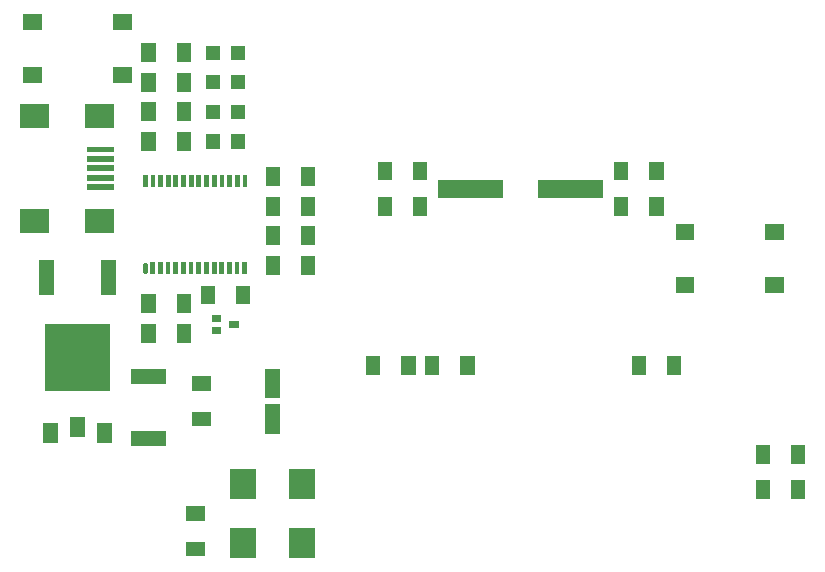
<source format=gtp>
G04 start of page 10 for group -4015 idx -4015 *
G04 Title: AJ.001.00.01.01, toppaste *
G04 Creator: pcb 4.1.2 *
G04 CreationDate: Fri Sep 14 18:28:19 2018 UTC *
G04 For: bert *
G04 Format: Gerber/RS-274X *
G04 PCB-Dimensions (mil): 3200.00 2500.00 *
G04 PCB-Coordinate-Origin: lower left *
%MOIN*%
%FSLAX25Y25*%
%LNGTP*%
%ADD70C,0.0160*%
%ADD69C,0.0001*%
G54D69*G36*
X105643Y129003D02*Y126903D01*
X108728D01*
Y129003D01*
X105643D01*
G37*
G36*
X99935Y127035D02*Y124935D01*
X103019D01*
Y127035D01*
X99935D01*
G37*
G36*
Y130972D02*Y128872D01*
X103019D01*
Y130972D01*
X99935D01*
G37*
G36*
X58209Y187283D02*Y185315D01*
X67264D01*
Y187283D01*
X58209D01*
G37*
G36*
Y184134D02*Y182165D01*
X67264D01*
Y184134D01*
X58209D01*
G37*
G36*
Y180984D02*Y179016D01*
X67264D01*
Y180984D01*
X58209D01*
G37*
G36*
Y177835D02*Y175866D01*
X67264D01*
Y177835D01*
X58209D01*
G37*
G36*
Y174685D02*Y172717D01*
X67264D01*
Y174685D01*
X58209D01*
G37*
G36*
X57421Y166417D02*Y158543D01*
X67264D01*
Y166417D01*
X57421D01*
G37*
G36*
Y201457D02*Y193583D01*
X67264D01*
Y201457D01*
X57421D01*
G37*
G36*
X35768Y166417D02*Y158543D01*
X45610D01*
Y166417D01*
X35768D01*
G37*
G36*
Y201457D02*Y193583D01*
X45610D01*
Y201457D01*
X35768D01*
G37*
G54D70*X77500Y147826D02*Y145626D01*
G54D69*G36*
X80900Y148626D02*X79300D01*
Y144826D01*
X80900D01*
Y148626D01*
G37*
G36*
X83400D02*X81800D01*
Y144826D01*
X83400D01*
Y148626D01*
G37*
G36*
X86000D02*X84400D01*
Y144826D01*
X86000D01*
Y148626D01*
G37*
G36*
X88600D02*X87000D01*
Y144826D01*
X88600D01*
Y148626D01*
G37*
G36*
X91100D02*X89500D01*
Y144826D01*
X91100D01*
Y148626D01*
G37*
G36*
X93700D02*X92100D01*
Y144826D01*
X93700D01*
Y148626D01*
G37*
G36*
X96200D02*X94600D01*
Y144826D01*
X96200D01*
Y148626D01*
G37*
G36*
X98800D02*X97200D01*
Y144826D01*
X98800D01*
Y148626D01*
G37*
G36*
X101400D02*X99800D01*
Y144826D01*
X101400D01*
Y148626D01*
G37*
G36*
X103900D02*X102300D01*
Y144826D01*
X103900D01*
Y148626D01*
G37*
G36*
X106500D02*X104900D01*
Y144826D01*
X106500D01*
Y148626D01*
G37*
G36*
X109000D02*X107400D01*
Y144826D01*
X109000D01*
Y148626D01*
G37*
G36*
X111600D02*X110000D01*
Y144826D01*
X111600D01*
Y148626D01*
G37*
G36*
X111700Y177726D02*X110100D01*
Y173926D01*
X111700D01*
Y177726D01*
G37*
G36*
X109100D02*X107500D01*
Y173926D01*
X109100D01*
Y177726D01*
G37*
G36*
X106600D02*X105000D01*
Y173926D01*
X106600D01*
Y177726D01*
G37*
G36*
X104000D02*X102400D01*
Y173926D01*
X104000D01*
Y177726D01*
G37*
G36*
X101400D02*X99800D01*
Y173926D01*
X101400D01*
Y177726D01*
G37*
G36*
X98900D02*X97300D01*
Y173926D01*
X98900D01*
Y177726D01*
G37*
G36*
X96300D02*X94700D01*
Y173926D01*
X96300D01*
Y177726D01*
G37*
G36*
X93800D02*X92200D01*
Y173926D01*
X93800D01*
Y177726D01*
G37*
G36*
X91200D02*X89600D01*
Y173926D01*
X91200D01*
Y177726D01*
G37*
G36*
X88600D02*X87000D01*
Y173926D01*
X88600D01*
Y177726D01*
G37*
G36*
X86100D02*X84500D01*
Y173926D01*
X86100D01*
Y177726D01*
G37*
G36*
X83500D02*X81900D01*
Y173926D01*
X83500D01*
Y177726D01*
G37*
G36*
X81000D02*X79400D01*
Y173926D01*
X81000D01*
Y177726D01*
G37*
G36*
X78400D02*X76800D01*
Y173926D01*
X78400D01*
Y177726D01*
G37*
G36*
X122653Y113205D02*X117504D01*
Y103331D01*
X122653D01*
Y113205D01*
G37*
G36*
Y101394D02*X117504D01*
Y91520D01*
X122653D01*
Y101394D01*
G37*
G36*
X175197Y176181D02*Y170276D01*
X196850D01*
Y176181D01*
X175197D01*
G37*
G36*
X208661D02*Y170276D01*
X230315D01*
Y176181D01*
X208661D01*
G37*
G36*
X97833Y201181D02*Y196456D01*
X102558D01*
Y201181D01*
X97833D01*
G37*
G36*
X106103D02*Y196456D01*
X110828D01*
Y201181D01*
X106103D01*
G37*
G36*
X97833Y191339D02*Y186614D01*
X102558D01*
Y191339D01*
X97833D01*
G37*
G36*
X106103D02*Y186614D01*
X110828D01*
Y191339D01*
X106103D01*
G37*
G36*
X97833Y211024D02*Y206299D01*
X102558D01*
Y211024D01*
X97833D01*
G37*
G36*
X106103D02*Y206299D01*
X110828D01*
Y211024D01*
X106103D01*
G37*
G36*
X97833Y220866D02*Y216141D01*
X102558D01*
Y220866D01*
X97833D01*
G37*
G36*
X106103D02*Y216141D01*
X110828D01*
Y220866D01*
X106103D01*
G37*
G36*
X36890Y231614D02*Y226102D01*
X43189D01*
Y231614D01*
X36890D01*
G37*
G36*
X66811D02*Y226102D01*
X73110D01*
Y231614D01*
X66811D01*
G37*
G36*
X36890Y213898D02*Y208386D01*
X43189D01*
Y213898D01*
X36890D01*
G37*
G36*
X66811D02*Y208386D01*
X73110D01*
Y213898D01*
X66811D01*
G37*
G36*
X254390Y161614D02*Y156102D01*
X260689D01*
Y161614D01*
X254390D01*
G37*
G36*
X284311D02*Y156102D01*
X290610D01*
Y161614D01*
X284311D01*
G37*
G36*
X254390Y143898D02*Y138386D01*
X260689D01*
Y143898D01*
X254390D01*
G37*
G36*
X284311D02*Y138386D01*
X290610D01*
Y143898D01*
X284311D01*
G37*
G36*
X114567Y79921D02*X105906D01*
Y69685D01*
X114567D01*
Y79921D01*
G37*
G36*
Y60236D02*X105906D01*
Y50000D01*
X114567D01*
Y60236D01*
G37*
G36*
X134252Y79921D02*X125591D01*
Y69685D01*
X134252D01*
Y79921D01*
G37*
G36*
Y60236D02*X125591D01*
Y50000D01*
X134252D01*
Y60236D01*
G37*
G36*
X67913Y149606D02*X62992D01*
Y137795D01*
X67913D01*
Y149606D01*
G37*
G36*
X47244D02*X42323D01*
Y137795D01*
X47244D01*
Y149606D01*
G37*
G36*
X72835Y113189D02*Y108268D01*
X84646D01*
Y113189D01*
X72835D01*
G37*
G36*
Y92520D02*Y87598D01*
X84646D01*
Y92520D01*
X72835D01*
G37*
G36*
X92913Y137992D02*X88189D01*
Y131693D01*
X92913D01*
Y137992D01*
G37*
G36*
X81102D02*X76378D01*
Y131693D01*
X81102D01*
Y137992D01*
G37*
G36*
X92913Y128150D02*X88189D01*
Y121850D01*
X92913D01*
Y128150D01*
G37*
G36*
X81102D02*X76378D01*
Y121850D01*
X81102D01*
Y128150D01*
G37*
G36*
X122441Y170472D02*X117717D01*
Y164173D01*
X122441D01*
Y170472D01*
G37*
G36*
X134252D02*X129528D01*
Y164173D01*
X134252D01*
Y170472D01*
G37*
G36*
X122441Y180315D02*X117717D01*
Y174016D01*
X122441D01*
Y180315D01*
G37*
G36*
X134252D02*X129528D01*
Y174016D01*
X134252D01*
Y180315D01*
G37*
G36*
X100787Y140945D02*X96063D01*
Y134646D01*
X100787D01*
Y140945D01*
G37*
G36*
X112598D02*X107874D01*
Y134646D01*
X112598D01*
Y140945D01*
G37*
G36*
X91339Y55512D02*Y50787D01*
X97638D01*
Y55512D01*
X91339D01*
G37*
G36*
Y67323D02*Y62598D01*
X97638D01*
Y67323D01*
X91339D01*
G37*
G36*
X250394Y170472D02*X245669D01*
Y164173D01*
X250394D01*
Y170472D01*
G37*
G36*
X238583D02*X233858D01*
Y164173D01*
X238583D01*
Y170472D01*
G37*
G36*
X159843D02*X155118D01*
Y164173D01*
X159843D01*
Y170472D01*
G37*
G36*
X171654D02*X166929D01*
Y164173D01*
X171654D01*
Y170472D01*
G37*
G36*
X167717Y117323D02*X162992D01*
Y111024D01*
X167717D01*
Y117323D01*
G37*
G36*
X155906D02*X151181D01*
Y111024D01*
X155906D01*
Y117323D01*
G37*
G36*
X244488D02*X239764D01*
Y111024D01*
X244488D01*
Y117323D01*
G37*
G36*
X256299D02*X251575D01*
Y111024D01*
X256299D01*
Y117323D01*
G37*
G36*
X81102Y201969D02*X76378D01*
Y195669D01*
X81102D01*
Y201969D01*
G37*
G36*
X92913D02*X88189D01*
Y195669D01*
X92913D01*
Y201969D01*
G37*
G36*
X81102Y192126D02*X76378D01*
Y185827D01*
X81102D01*
Y192126D01*
G37*
G36*
X92913D02*X88189D01*
Y185827D01*
X92913D01*
Y192126D01*
G37*
G36*
X81102Y221654D02*X76378D01*
Y215354D01*
X81102D01*
Y221654D01*
G37*
G36*
X92913D02*X88189D01*
Y215354D01*
X92913D01*
Y221654D01*
G37*
G36*
X81102Y211811D02*X76378D01*
Y205512D01*
X81102D01*
Y211811D01*
G37*
G36*
X92913D02*X88189D01*
Y205512D01*
X92913D01*
Y211811D01*
G37*
G36*
X134252Y160630D02*X129528D01*
Y154331D01*
X134252D01*
Y160630D01*
G37*
G36*
X122441D02*X117717D01*
Y154331D01*
X122441D01*
Y160630D01*
G37*
G36*
X238583Y182283D02*X233858D01*
Y175984D01*
X238583D01*
Y182283D01*
G37*
G36*
X250394D02*X245669D01*
Y175984D01*
X250394D01*
Y182283D01*
G37*
G36*
X171654D02*X166929D01*
Y175984D01*
X171654D01*
Y182283D01*
G37*
G36*
X159843D02*X155118D01*
Y175984D01*
X159843D01*
Y182283D01*
G37*
G36*
X175591Y117323D02*X170866D01*
Y111024D01*
X175591D01*
Y117323D01*
G37*
G36*
X187402D02*X182677D01*
Y111024D01*
X187402D01*
Y117323D01*
G37*
G36*
X285827Y87795D02*X281102D01*
Y81496D01*
X285827D01*
Y87795D01*
G37*
G36*
X297638D02*X292913D01*
Y81496D01*
X297638D01*
Y87795D01*
G37*
G36*
X285827Y75984D02*X281102D01*
Y69685D01*
X285827D01*
Y75984D01*
G37*
G36*
X297638D02*X292913D01*
Y69685D01*
X297638D01*
Y75984D01*
G37*
G36*
X93307Y110630D02*Y105906D01*
X99606D01*
Y110630D01*
X93307D01*
G37*
G36*
Y98819D02*Y94094D01*
X99606D01*
Y98819D01*
X93307D01*
G37*
G36*
X48681Y95000D02*X43563D01*
Y88307D01*
X48681D01*
Y95000D01*
G37*
G36*
X65945Y128228D02*X44291D01*
Y105787D01*
X65945D01*
Y128228D01*
G37*
G36*
X57677Y97283D02*X52559D01*
Y90591D01*
X57677D01*
Y97283D01*
G37*
G36*
X66673Y95000D02*X61555D01*
Y88307D01*
X66673D01*
Y95000D01*
G37*
G36*
X122441Y150787D02*X117717D01*
Y144488D01*
X122441D01*
Y150787D01*
G37*
G36*
X134252D02*X129528D01*
Y144488D01*
X134252D01*
Y150787D01*
G37*
M02*

</source>
